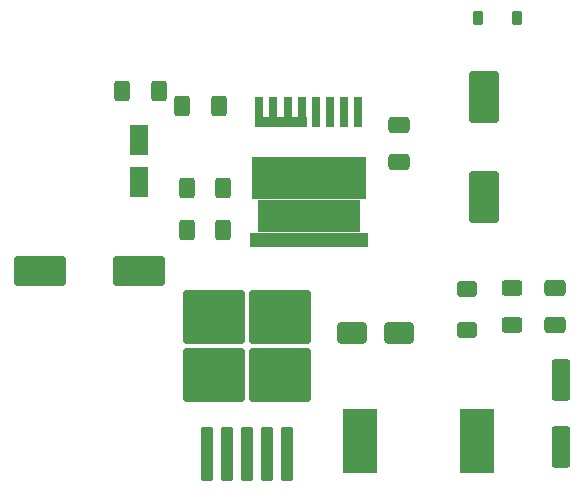
<source format=gbr>
%TF.GenerationSoftware,KiCad,Pcbnew,9.0.5*%
%TF.CreationDate,2025-12-11T06:11:38-03:00*%
%TF.ProjectId,stage power dron_v1,73746167-6520-4706-9f77-65722064726f,rev?*%
%TF.SameCoordinates,Original*%
%TF.FileFunction,Paste,Top*%
%TF.FilePolarity,Positive*%
%FSLAX46Y46*%
G04 Gerber Fmt 4.6, Leading zero omitted, Abs format (unit mm)*
G04 Created by KiCad (PCBNEW 9.0.5) date 2025-12-11 06:11:38*
%MOMM*%
%LPD*%
G01*
G04 APERTURE LIST*
G04 Aperture macros list*
%AMRoundRect*
0 Rectangle with rounded corners*
0 $1 Rounding radius*
0 $2 $3 $4 $5 $6 $7 $8 $9 X,Y pos of 4 corners*
0 Add a 4 corners polygon primitive as box body*
4,1,4,$2,$3,$4,$5,$6,$7,$8,$9,$2,$3,0*
0 Add four circle primitives for the rounded corners*
1,1,$1+$1,$2,$3*
1,1,$1+$1,$4,$5*
1,1,$1+$1,$6,$7*
1,1,$1+$1,$8,$9*
0 Add four rect primitives between the rounded corners*
20,1,$1+$1,$2,$3,$4,$5,0*
20,1,$1+$1,$4,$5,$6,$7,0*
20,1,$1+$1,$6,$7,$8,$9,0*
20,1,$1+$1,$8,$9,$2,$3,0*%
G04 Aperture macros list end*
%ADD10R,2.900000X5.400000*%
%ADD11RoundRect,0.250000X-0.550000X1.050000X-0.550000X-1.050000X0.550000X-1.050000X0.550000X1.050000X0*%
%ADD12RoundRect,0.250000X-0.650000X0.412500X-0.650000X-0.412500X0.650000X-0.412500X0.650000X0.412500X0*%
%ADD13RoundRect,0.250000X0.400000X0.625000X-0.400000X0.625000X-0.400000X-0.625000X0.400000X-0.625000X0*%
%ADD14R,0.800000X2.600000*%
%ADD15R,0.800000X1.710000*%
%ADD16R,9.660000X3.600000*%
%ADD17R,8.700000X2.750000*%
%ADD18R,10.000000X1.300000*%
%ADD19R,4.400000X0.890000*%
%ADD20RoundRect,0.250000X1.000000X-1.950000X1.000000X1.950000X-1.000000X1.950000X-1.000000X-1.950000X0*%
%ADD21RoundRect,0.250000X-1.950000X-1.000000X1.950000X-1.000000X1.950000X1.000000X-1.950000X1.000000X0*%
%ADD22RoundRect,0.250000X-1.000000X-0.650000X1.000000X-0.650000X1.000000X0.650000X-1.000000X0.650000X0*%
%ADD23RoundRect,0.250000X0.550000X-1.500000X0.550000X1.500000X-0.550000X1.500000X-0.550000X-1.500000X0*%
%ADD24RoundRect,0.250000X-0.600000X0.400000X-0.600000X-0.400000X0.600000X-0.400000X0.600000X0.400000X0*%
%ADD25RoundRect,0.250000X2.375000X-2.025000X2.375000X2.025000X-2.375000X2.025000X-2.375000X-2.025000X0*%
%ADD26RoundRect,0.250000X0.300000X-2.050000X0.300000X2.050000X-0.300000X2.050000X-0.300000X-2.050000X0*%
%ADD27RoundRect,0.250000X0.650000X-0.412500X0.650000X0.412500X-0.650000X0.412500X-0.650000X-0.412500X0*%
%ADD28RoundRect,0.250000X-0.625000X0.400000X-0.625000X-0.400000X0.625000X-0.400000X0.625000X0.400000X0*%
%ADD29RoundRect,0.225000X0.225000X0.375000X-0.225000X0.375000X-0.225000X-0.375000X0.225000X-0.375000X0*%
G04 APERTURE END LIST*
D10*
%TO.C,L1*%
X139750000Y-87190000D03*
X149650000Y-87190000D03*
%TD*%
D11*
%TO.C,C4*%
X121090000Y-61680000D03*
X121090000Y-65280000D03*
%TD*%
D12*
%TO.C,C1*%
X156300000Y-74237500D03*
X156300000Y-77362500D03*
%TD*%
D13*
%TO.C,R5*%
X128180000Y-69335000D03*
X125080000Y-69335000D03*
%TD*%
D14*
%TO.C,S1*%
X139630000Y-59315000D03*
X138430000Y-59315000D03*
X137230000Y-59315000D03*
X136030000Y-59315000D03*
D15*
X134830000Y-58870000D03*
X133630000Y-58870000D03*
X132430000Y-58870000D03*
X131230000Y-58870000D03*
D16*
X135430000Y-64945000D03*
D17*
X135430000Y-68120000D03*
D18*
X135430000Y-70145000D03*
D19*
X133030000Y-60170000D03*
%TD*%
D20*
%TO.C,C6*%
X150221280Y-66487829D03*
X150221280Y-58087829D03*
%TD*%
D21*
%TO.C,C10*%
X112657500Y-72750000D03*
X121057500Y-72750000D03*
%TD*%
D22*
%TO.C,D2*%
X139082500Y-78020000D03*
X143082500Y-78020000D03*
%TD*%
D13*
%TO.C,R4*%
X128180000Y-65735000D03*
X125080000Y-65735000D03*
%TD*%
%TO.C,R2*%
X127805000Y-58810000D03*
X124705000Y-58810000D03*
%TD*%
D23*
%TO.C,C9*%
X156750000Y-87640000D03*
X156750000Y-82040000D03*
%TD*%
D24*
%TO.C,D5*%
X148815000Y-74265000D03*
X148815000Y-77765000D03*
%TD*%
D13*
%TO.C,R3*%
X122730000Y-57570000D03*
X119630000Y-57570000D03*
%TD*%
D25*
%TO.C,U1*%
X127395000Y-81555000D03*
X132945000Y-81555000D03*
X127395000Y-76705000D03*
X132945000Y-76705000D03*
D26*
X126770000Y-88280000D03*
X128470000Y-88280000D03*
X130170000Y-88280000D03*
X131870000Y-88280000D03*
X133570000Y-88280000D03*
%TD*%
D27*
%TO.C,C8*%
X143062868Y-63522897D03*
X143062868Y-60397897D03*
%TD*%
D28*
%TO.C,R1*%
X152590000Y-74220000D03*
X152590000Y-77320000D03*
%TD*%
D29*
%TO.C,D3*%
X153067500Y-51380000D03*
X149767500Y-51380000D03*
%TD*%
M02*

</source>
